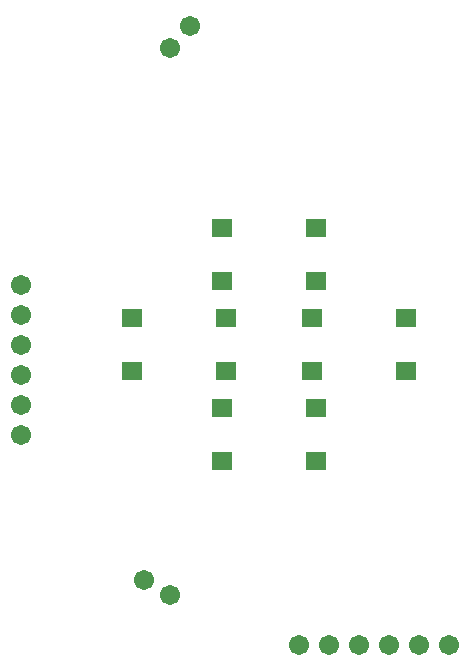
<source format=gts>
G75*
%MOIN*%
%OFA0B0*%
%FSLAX25Y25*%
%IPPOS*%
%LPD*%
%AMOC8*
5,1,8,0,0,1.08239X$1,22.5*
%
%ADD10C,0.06737*%
%ADD11R,0.06902X0.05918*%
D10*
X0049668Y0030327D03*
X0058319Y0025312D03*
X0101259Y0008744D03*
X0111259Y0008744D03*
X0121259Y0008744D03*
X0131259Y0008744D03*
X0141259Y0008744D03*
X0151259Y0008744D03*
X0008759Y0078744D03*
X0008759Y0088744D03*
X0008759Y0098744D03*
X0008759Y0108744D03*
X0008759Y0118744D03*
X0008759Y0128744D03*
X0058204Y0207625D03*
X0064934Y0215022D03*
D11*
X0075589Y0147602D03*
X0075589Y0129886D03*
X0076928Y0117602D03*
X0076928Y0099886D03*
X0075589Y0087602D03*
X0075589Y0069886D03*
X0105589Y0099886D03*
X0106928Y0087602D03*
X0106928Y0069886D03*
X0136928Y0099886D03*
X0136928Y0117602D03*
X0106928Y0129886D03*
X0105589Y0117602D03*
X0106928Y0147602D03*
X0045589Y0117602D03*
X0045589Y0099886D03*
M02*

</source>
